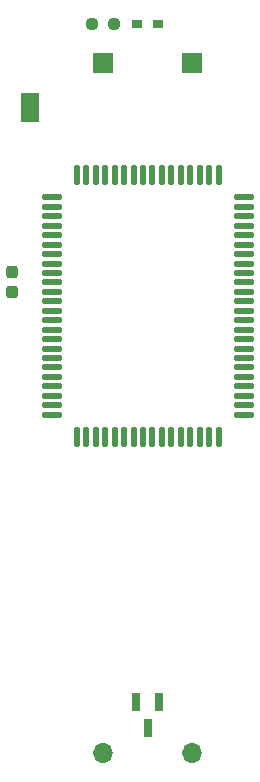
<source format=gbr>
G04 #@! TF.GenerationSoftware,KiCad,Pcbnew,9.0.6-9.0.6~ubuntu25.10.1*
G04 #@! TF.CreationDate,2025-12-22T11:42:11+09:00*
G04 #@! TF.ProjectId,bionic-s80c196kc,62696f6e-6963-42d7-9338-30633139366b,1*
G04 #@! TF.SameCoordinates,Original*
G04 #@! TF.FileFunction,Soldermask,Top*
G04 #@! TF.FilePolarity,Negative*
%FSLAX46Y46*%
G04 Gerber Fmt 4.6, Leading zero omitted, Abs format (unit mm)*
G04 Created by KiCad (PCBNEW 9.0.6-9.0.6~ubuntu25.10.1) date 2025-12-22 11:42:11*
%MOMM*%
%LPD*%
G01*
G04 APERTURE LIST*
G04 Aperture macros list*
%AMRoundRect*
0 Rectangle with rounded corners*
0 $1 Rounding radius*
0 $2 $3 $4 $5 $6 $7 $8 $9 X,Y pos of 4 corners*
0 Add a 4 corners polygon primitive as box body*
4,1,4,$2,$3,$4,$5,$6,$7,$8,$9,$2,$3,0*
0 Add four circle primitives for the rounded corners*
1,1,$1+$1,$2,$3*
1,1,$1+$1,$4,$5*
1,1,$1+$1,$6,$7*
1,1,$1+$1,$8,$9*
0 Add four rect primitives between the rounded corners*
20,1,$1+$1,$2,$3,$4,$5,0*
20,1,$1+$1,$4,$5,$6,$7,0*
20,1,$1+$1,$6,$7,$8,$9,0*
20,1,$1+$1,$8,$9,$2,$3,0*%
%AMFreePoly0*
4,1,6,1.000000,0.000000,0.500000,-0.750000,-0.500000,-0.750000,-0.500000,0.750000,0.500000,0.750000,1.000000,0.000000,1.000000,0.000000,$1*%
%AMFreePoly1*
4,1,6,0.500000,-0.750000,-0.650000,-0.750000,-0.150000,0.000000,-0.650000,0.750000,0.500000,0.750000,0.500000,-0.750000,0.500000,-0.750000,$1*%
G04 Aperture macros list end*
%ADD10RoundRect,0.237500X0.250000X0.237500X-0.250000X0.237500X-0.250000X-0.237500X0.250000X-0.237500X0*%
%ADD11RoundRect,0.137500X-0.737500X-0.137500X0.737500X-0.137500X0.737500X0.137500X-0.737500X0.137500X0*%
%ADD12RoundRect,0.137500X-0.137500X-0.737500X0.137500X-0.737500X0.137500X0.737500X-0.137500X0.737500X0*%
%ADD13R,0.965200X0.762000*%
%ADD14FreePoly0,270.000000*%
%ADD15FreePoly1,270.000000*%
%ADD16RoundRect,0.237500X0.237500X-0.300000X0.237500X0.300000X-0.237500X0.300000X-0.237500X-0.300000X0*%
%ADD17R,0.660400X1.625600*%
%ADD18O,1.700000X1.700000*%
%ADD19R,1.700000X1.700000*%
G04 APERTURE END LIST*
G36*
X104493200Y-77627700D02*
G01*
X102993200Y-77627700D01*
X102993200Y-80077700D01*
X104493200Y-80077700D01*
X104493200Y-77627700D01*
G37*
D10*
X110804400Y-71778000D03*
X108979400Y-71778000D03*
D11*
X105575000Y-86428600D03*
X105575000Y-87228600D03*
X105575000Y-88028600D03*
X105575000Y-88828600D03*
X105575000Y-89628600D03*
X105575000Y-90428600D03*
X105575000Y-91228600D03*
X105575000Y-92028600D03*
X105575000Y-92828600D03*
X105575000Y-93628600D03*
X105575000Y-94428600D03*
X105575000Y-95228600D03*
X105575000Y-96028600D03*
X105575000Y-96828600D03*
X105575000Y-97628600D03*
X105575000Y-98428600D03*
X105575000Y-99228600D03*
X105575000Y-100028600D03*
X105575000Y-100828600D03*
X105575000Y-101628600D03*
X105575000Y-102428600D03*
X105575000Y-103228600D03*
X105575000Y-104028600D03*
X105575000Y-104828600D03*
D12*
X107700000Y-106753600D03*
X108500000Y-106753600D03*
X109300000Y-106753600D03*
X110100000Y-106753600D03*
X110900000Y-106753600D03*
X111700000Y-106753600D03*
X112500000Y-106753600D03*
X113300000Y-106753600D03*
X114100000Y-106753600D03*
X114900000Y-106753600D03*
X115700000Y-106753600D03*
X116500000Y-106753600D03*
X117300000Y-106753600D03*
X118100000Y-106753600D03*
X118900000Y-106753600D03*
X119700000Y-106753600D03*
D11*
X121825000Y-104828600D03*
X121825000Y-104028600D03*
X121825000Y-103228600D03*
X121825000Y-102428600D03*
X121825000Y-101628600D03*
X121825000Y-100828600D03*
X121825000Y-100028600D03*
X121825000Y-99228600D03*
X121825000Y-98428600D03*
X121825000Y-97628600D03*
X121825000Y-96828600D03*
X121825000Y-96028600D03*
X121825000Y-95228600D03*
X121825000Y-94428600D03*
X121825000Y-93628600D03*
X121825000Y-92828600D03*
X121825000Y-92028600D03*
X121825000Y-91228600D03*
X121825000Y-90428600D03*
X121825000Y-89628600D03*
X121825000Y-88828600D03*
X121825000Y-88028600D03*
X121825000Y-87228600D03*
X121825000Y-86428600D03*
D12*
X119700000Y-84503600D03*
X118900000Y-84503600D03*
X118100000Y-84503600D03*
X117300000Y-84503600D03*
X116500000Y-84503600D03*
X115700000Y-84503600D03*
X114900000Y-84503600D03*
X114100000Y-84503600D03*
X113300000Y-84503600D03*
X112500000Y-84503600D03*
X111700000Y-84503600D03*
X110900000Y-84503600D03*
X110100000Y-84503600D03*
X109300000Y-84503600D03*
X108500000Y-84503600D03*
X107700000Y-84503600D03*
D13*
X112823700Y-71778000D03*
X114576300Y-71778000D03*
D14*
X103743200Y-78127700D03*
D15*
X103743200Y-79577700D03*
D16*
X102193800Y-94433700D03*
X102193800Y-92708700D03*
D17*
X114650001Y-129182000D03*
X112749999Y-129182000D03*
X113700000Y-131314000D03*
D18*
X117484600Y-133500000D03*
D19*
X117484600Y-75080000D03*
X109910800Y-75080000D03*
D18*
X109910800Y-133500000D03*
M02*

</source>
